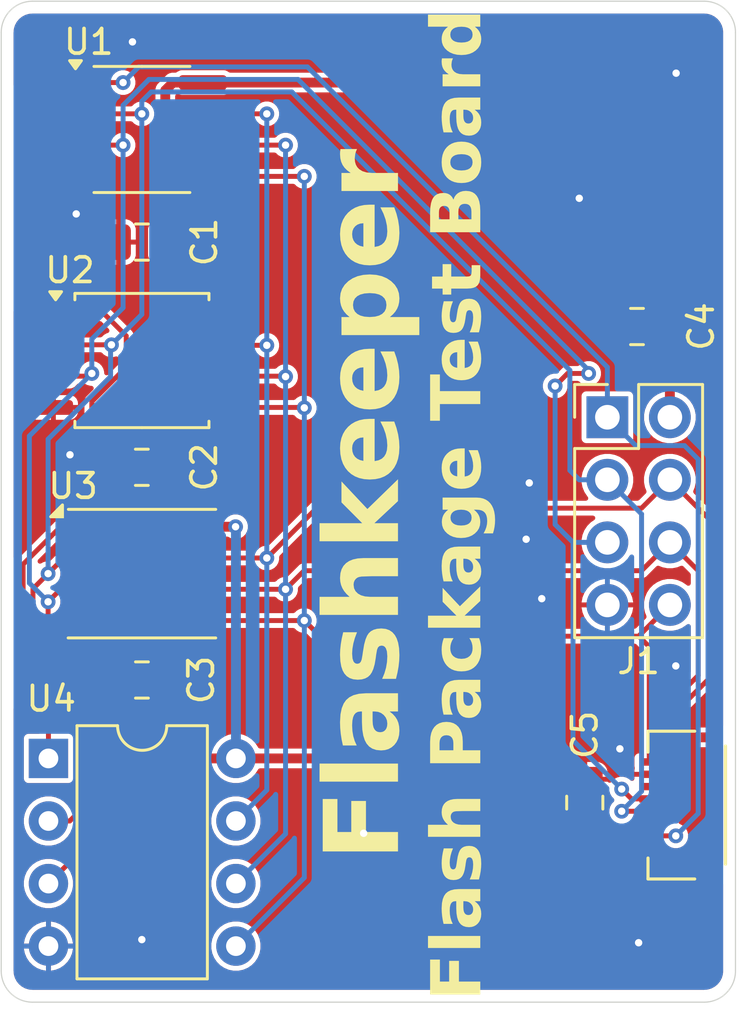
<source format=kicad_pcb>
(kicad_pcb (version 20241229) (generator "pcbnew") (generator_version "9.0")
  (layers (0 "F.Cu" signal) (2 "B.Cu" signal) (13 "F.Paste" user) (15 "B.Paste" user) (5 "F.SilkS" user "F.Silkscreen") (7 "B.SilkS" user "B.Silkscreen") (1 "F.Mask" user) (3 "B.Mask" user) (25 "Edge.Cuts" user))
  (net 0 "")
  (net 1 "GND")
  (net 2 "VCC")
  (net 3 "IO2")
  (net 4 "DO")
  (net 5 "IO3")
  (net 6 "CS")
  (net 7 "CLK")
  (net 8 "DI")
  (footprint "Package_SO:SOIC-8_3.9x4.9mm_P1.27mm" (layer "F.Cu") (at 158.5 75.819)
    (property "Reference" "U1" (at -2.163 -3.556 0) (layer "F.SilkS"))
    (property "Value" "W25Q128JVS")
    (fp_line (start 0 -2.56) (end -1.95 -2.56) (stroke (width 0.12)) (layer "F.SilkS"))
    (fp_line (start 0 -2.56) (end 1.95 -2.56) (stroke (width 0.12)) (layer "F.SilkS"))
    (fp_line (start 0 2.56) (end -1.95 2.56) (stroke (width 0.12)) (layer "F.SilkS"))
    (fp_line (start 0 2.56) (end 1.95 2.56) (stroke (width 0.12)) (layer "F.SilkS"))
    (fp_poly (pts (xy -2.7 -2.465) (xy -2.94 -2.795) (xy -2.46 -2.795) (xy -2.7 -2.465)) (stroke (width 0.12)) (fill yes) (layer "F.SilkS"))
    (pad "1" smd roundrect (at -2.475 -1.905) (size 1.95 0.6) (layers "F.Cu" "F.Mask" "F.Paste") (net 6 "CS"))
    (pad "2" smd roundrect (at -2.475 -0.635) (size 1.95 0.6) (layers "F.Cu" "F.Mask" "F.Paste") (net 4 "DO"))
    (pad "3" smd roundrect (at -2.475 0.635) (size 1.95 0.6) (layers "F.Cu" "F.Mask" "F.Paste") (net 3 "IO2"))
    (pad "4" smd roundrect (at -2.475 1.905) (size 1.95 0.6) (layers "F.Cu" "F.Mask" "F.Paste") (net 1 "GND"))
    (pad "5" smd roundrect (at 2.475 1.905) (size 1.95 0.6) (layers "F.Cu" "F.Mask" "F.Paste") (net 8 "DI"))
    (pad "6" smd roundrect (at 2.475 0.635) (size 1.95 0.6) (layers "F.Cu" "F.Mask" "F.Paste") (net 7 "CLK"))
    (pad "7" smd roundrect (at 2.475 -0.635) (size 1.95 0.6) (layers "F.Cu" "F.Mask" "F.Paste") (net 5 "IO3"))
    (pad "8" smd roundrect (at 2.475 -1.905) (size 1.95 0.6) (layers "F.Cu" "F.Mask" "F.Paste") (net 2 "VCC"))
  )
  (footprint "Package_SO:SOIC-8_5.23x5.23mm_P1.27mm" (layer "F.Cu") (at 158.5 85.2)
    (property "Reference" "U2" (at -2.925 -3.666 0) (layer "F.SilkS"))
    (property "Value" "W25Q128JVS")
    (fp_line (start -2.725 -2.725) (end -2.725 -2.465) (stroke (width 0.12)) (layer "F.SilkS"))
    (fp_line (start -2.725 2.725) (end -2.725 2.465) (stroke (width 0.12)) (layer "F.SilkS"))
    (fp_line (start 0 -2.725) (end -2.725 -2.725) (stroke (width 0.12)) (layer "F.SilkS"))
    (fp_line (start 0 -2.725) (end 2.725 -2.725) (stroke (width 0.12)) (layer "F.SilkS"))
    (fp_line (start 0 2.725) (end -2.725 2.725) (stroke (width 0.12)) (layer "F.SilkS"))
    (fp_line (start 0 2.725) (end 2.725 2.725) (stroke (width 0.12)) (layer "F.SilkS"))
    (fp_line (start 2.725 -2.725) (end 2.725 -2.465) (stroke (width 0.12)) (layer "F.SilkS"))
    (fp_line (start 2.725 2.725) (end 2.725 2.465) (stroke (width 0.12)) (layer "F.SilkS"))
    (fp_poly (pts (xy -3.5075 -2.465) (xy -3.7475 -2.795) (xy -3.2675 -2.795) (xy -3.5075 -2.465)) (stroke (width 0.12)) (fill yes) (layer "F.SilkS"))
    (pad "1" smd roundrect (at -3.6 -1.905) (size 1.6 0.6) (layers "F.Cu" "F.Mask" "F.Paste") (net 6 "CS"))
    (pad "2" smd roundrect (at -3.6 -0.635) (size 1.6 0.6) (layers "F.Cu" "F.Mask" "F.Paste") (net 4 "DO"))
    (pad "3" smd roundrect (at -3.6 0.635) (size 1.6 0.6) (layers "F.Cu" "F.Mask" "F.Paste") (net 3 "IO2"))
    (pad "4" smd roundrect (at -3.6 1.905) (size 1.6 0.6) (layers "F.Cu" "F.Mask" "F.Paste") (net 1 "GND"))
    (pad "5" smd roundrect (at 3.6 1.905) (size 1.6 0.6) (layers "F.Cu" "F.Mask" "F.Paste") (net 8 "DI"))
    (pad "6" smd roundrect (at 3.6 0.635) (size 1.6 0.6) (layers "F.Cu" "F.Mask" "F.Paste") (net 7 "CLK"))
    (pad "7" smd roundrect (at 3.6 -0.635) (size 1.6 0.6) (layers "F.Cu" "F.Mask" "F.Paste") (net 5 "IO3"))
    (pad "8" smd roundrect (at 3.6 -1.905) (size 1.6 0.6) (layers "F.Cu" "F.Mask" "F.Paste") (net 2 "VCC"))
  )
  (footprint "Capacitor_SMD:C_0805_2012Metric" (layer "F.Cu") (at 178.623 83.82 180)
    (property "Reference" "C4" (at -2.606 0 90) (layer "F.SilkS"))
    (property "Value" "0.1uF")
    (fp_line (start -0.261252 0.735) (end 0.261252 0.735) (stroke (width 0.12)) (layer "F.SilkS"))
    (fp_line (start -0.261252 -0.735) (end 0.261252 -0.735) (stroke (width 0.12)) (layer "F.SilkS"))
    (pad "1" smd roundrect (at -0.95 0 180) (size 1 1.45) (layers "F.Cu" "F.Mask" "F.Paste") (net 2 "VCC"))
    (pad "2" smd roundrect (at 0.95 0 180) (size 1 1.45) (layers "F.Cu" "F.Mask" "F.Paste") (net 1 "GND"))
  )
  (footprint "Package_SON:WSON-8-1EP_6x5mm_P1.27mm_EP3.4x4.3mm" (layer "F.Cu") (at 158.5 93.853)
    (property "Reference" "U3" (at -2.798 -3.556 0) (layer "F.SilkS"))
    (property "Value" "W25Q128JVP")
    (fp_line (start -3 2.61) (end 3 2.61) (stroke (width 0.12)) (layer "F.SilkS"))
    (fp_line (start -2.99 -2.61) (end 3 -2.61) (stroke (width 0.12)) (layer "F.SilkS"))
    (fp_poly (pts (xy -3.23 -2.31) (xy -3.71 -2.31) (xy -3.23 -2.79) (xy -3.23 -2.31)) (stroke (width 0.12)) (fill yes) (layer "F.SilkS"))
    (pad "1" smd roundrect (at -2.7 -1.905) (size 0.75 0.5) (layers "F.Cu" "F.Mask" "F.Paste") (net 6 "CS"))
    (pad "2" smd roundrect (at -2.7 -0.635) (size 0.75 0.5) (layers "F.Cu" "F.Mask" "F.Paste") (net 4 "DO"))
    (pad "3" smd roundrect (at -2.7 0.635) (size 0.75 0.5) (layers "F.Cu" "F.Mask" "F.Paste") (net 3 "IO2"))
    (pad "4" smd roundrect (at -2.7 1.905) (size 0.75 0.5) (layers "F.Cu" "F.Mask" "F.Paste") (net 1 "GND"))
    (pad "5" smd roundrect (at 2.7 1.905) (size 0.75 0.5) (layers "F.Cu" "F.Mask" "F.Paste") (net 8 "DI"))
    (pad "6" smd roundrect (at 2.7 0.635) (size 0.75 0.5) (layers "F.Cu" "F.Mask" "F.Paste") (net 7 "CLK"))
    (pad "7" smd roundrect (at 2.7 -0.635) (size 0.75 0.5) (layers "F.Cu" "F.Mask" "F.Paste") (net 5 "IO3"))
    (pad "8" smd roundrect (at 2.7 -1.905) (size 0.75 0.5) (layers "F.Cu" "F.Mask" "F.Paste") (net 2 "VCC"))
    (pad "9" smd rect (at 0 0) (size 3.4 4.3) (property pad_prop_heatsink) (layers "F.Cu" "F.Mask") (net 1 "GND"))
  )
  (footprint "Capacitor_SMD:C_0805_2012Metric" (layer "F.Cu") (at 158.5 98.171 180)
    (property "Reference" "C3" (at -2.409 0 90) (layer "F.SilkS"))
    (property "Value" "0.1uF")
    (fp_line (start -0.261252 0.735) (end 0.261252 0.735) (stroke (width 0.12)) (layer "F.SilkS"))
    (fp_line (start -0.261252 -0.735) (end 0.261252 -0.735) (stroke (width 0.12)) (layer "F.SilkS"))
    (pad "1" smd roundrect (at -0.95 0 180) (size 1 1.45) (layers "F.Cu" "F.Mask" "F.Paste") (net 2 "VCC"))
    (pad "2" smd roundrect (at 0.95 0 180) (size 1 1.45) (layers "F.Cu" "F.Mask" "F.Paste") (net 1 "GND"))
  )
  (footprint "Capacitor_SMD:C_0805_2012Metric" (layer "F.Cu") (at 158.5 80.391 180)
    (property "Reference" "C1" (at -2.536 0 90) (layer "F.SilkS"))
    (property "Value" "0.1uF")
    (fp_line (start -0.261252 0.735) (end 0.261252 0.735) (stroke (width 0.12)) (layer "F.SilkS"))
    (fp_line (start -0.261252 -0.735) (end 0.261252 -0.735) (stroke (width 0.12)) (layer "F.SilkS"))
    (pad "1" smd roundrect (at -0.95 0 180) (size 1 1.45) (layers "F.Cu" "F.Mask" "F.Paste") (net 2 "VCC"))
    (pad "2" smd roundrect (at 0.95 0 180) (size 1 1.45) (layers "F.Cu" "F.Mask" "F.Paste") (net 1 "GND"))
  )
  (footprint "Package_DIP:DIP-8_W7.62mm" (layer "F.Cu") (at 154.7 101.356)
    (property "Reference" "U4" (at 0.113 -2.423 0) (layer "F.SilkS"))
    (property "Value" "W25Q128JVS")
    (fp_line (start 1.16 -1.33) (end 1.16 8.95) (stroke (width 0.12)) (layer "F.SilkS"))
    (fp_line (start 1.16 8.95) (end 6.46 8.95) (stroke (width 0.12)) (layer "F.SilkS"))
    (fp_line (start 2.81 -1.33) (end 1.16 -1.33) (stroke (width 0.12)) (layer "F.SilkS"))
    (fp_line (start 6.46 -1.33) (end 4.81 -1.33) (stroke (width 0.12)) (layer "F.SilkS"))
    (fp_line (start 6.46 8.95) (end 6.46 -1.33) (stroke (width 0.12)) (layer "F.SilkS"))
    (fp_arc (start 4.81 -1.33) (mid 3.81 -0.33) (end 2.81 -1.33) (stroke (width 0.12)) (layer "F.SilkS"))
    (pad "1" thru_hole rect (at 0 0) (size 1.6 1.6) (drill 0.8) (layers "*.Cu" "*.Mask") (net 6 "CS"))
    (pad "2" thru_hole oval (at 0 2.54) (size 1.6 1.6) (drill 0.8) (layers "*.Cu" "*.Mask") (net 4 "DO"))
    (pad "3" thru_hole oval (at 0 5.08) (size 1.6 1.6) (drill 0.8) (layers "*.Cu" "*.Mask") (net 3 "IO2"))
    (pad "4" thru_hole oval (at 0 7.62) (size 1.6 1.6) (drill 0.8) (layers "*.Cu" "*.Mask") (net 1 "GND"))
    (pad "5" thru_hole oval (at 7.62 7.62) (size 1.6 1.6) (drill 0.8) (layers "*.Cu" "*.Mask") (net 8 "DI"))
    (pad "6" thru_hole oval (at 7.62 5.08) (size 1.6 1.6) (drill 0.8) (layers "*.Cu" "*.Mask") (net 7 "CLK"))
    (pad "7" thru_hole oval (at 7.62 2.54) (size 1.6 1.6) (drill 0.8) (layers "*.Cu" "*.Mask") (net 5 "IO3"))
    (pad "8" thru_hole oval (at 7.62 0) (size 1.6 1.6) (drill 0.8) (layers "*.Cu" "*.Mask") (net 2 "VCC"))
  )
  (footprint "Connector_PinHeader_2.54mm:PinHeader_2x04_P2.54mm_Vertical" (layer "F.Cu") (at 177.419 87.503)
    (property "Reference" "J1" (at 1.27 9.906 0) (layer "F.SilkS"))
    (property "Value" "Conn_02x04")
    (fp_line (start -1.33 -1.33) (end 0 -1.33) (stroke (width 0.12)) (layer "F.SilkS"))
    (fp_line (start -1.33 0) (end -1.33 -1.33) (stroke (width 0.12)) (layer "F.SilkS"))
    (fp_line (start -1.33 1.27) (end -1.33 8.95) (stroke (width 0.12)) (layer "F.SilkS"))
    (fp_line (start -1.33 1.27) (end 1.27 1.27) (stroke (width 0.12)) (layer "F.SilkS"))
    (fp_line (start -1.33 8.95) (end 3.87 8.95) (stroke (width 0.12)) (layer "F.SilkS"))
    (fp_line (start 1.27 -1.33) (end 3.87 -1.33) (stroke (width 0.12)) (layer "F.SilkS"))
    (fp_line (start 1.27 1.27) (end 1.27 -1.33) (stroke (width 0.12)) (layer "F.SilkS"))
    (fp_line (start 3.87 -1.33) (end 3.87 8.95) (stroke (width 0.12)) (layer "F.SilkS"))
    (pad "1" thru_hole rect (at 0 0) (size 1.7 1.7) (drill 1) (layers "*.Cu" "*.Mask") (net 6 "CS"))
    (pad "2" thru_hole oval (at 2.54 0) (size 1.7 1.7) (drill 1) (layers "*.Cu" "*.Mask") (net 2 "VCC"))
    (pad "3" thru_hole oval (at 0 2.54) (size 1.7 1.7) (drill 1) (layers "*.Cu" "*.Mask") (net 4 "DO"))
    (pad "4" thru_hole oval (at 2.54 2.54) (size 1.7 1.7) (drill 1) (layers "*.Cu" "*.Mask") (net 5 "IO3"))
    (pad "5" thru_hole oval (at 0 5.08) (size 1.7 1.7) (drill 1) (layers "*.Cu" "*.Mask") (net 3 "IO2"))
    (pad "6" thru_hole oval (at 2.54 5.08) (size 1.7 1.7) (drill 1) (layers "*.Cu" "*.Mask") (net 7 "CLK"))
    (pad "7" thru_hole oval (at 0 7.62) (size 1.7 1.7) (drill 1) (layers "*.Cu" "*.Mask") (net 1 "GND"))
    (pad "8" thru_hole oval (at 2.54 7.62) (size 1.7 1.7) (drill 1) (layers "*.Cu" "*.Mask") (net 8 "DI"))
  )
  (footprint "flashkeeper:TE_2328702-8" (layer "F.Cu") (at 179.12 101.5 90)
    (property "Reference" "J2" (hide yes))
    (property "Value" "FFC" (hide yes))
    (fp_line (start 1.25 -0.05) (end 1.25 1.85) (stroke (width 0.127)) (layer "F.SilkS"))
    (fp_line (start 0.4 -0.05) (end 1.25 -0.05) (stroke (width 0.127)) (layer "F.SilkS"))
    (fp_line (start -3.9 -0.05) (end -4.75 -0.05) (stroke (width 0.127)) (layer "F.SilkS"))
    (fp_line (start -4.75 -0.05) (end -4.75 1.85) (stroke (width 0.127)) (layer "F.SilkS"))
    (fp_line (start -4.15 3.1) (end 0.65 3.1) (stroke (width 0.127)) (layer "F.SilkS"))
    (pad "1" smd rect (at -3.5 0 90) (size 0.3 0.8) (layers "F.Cu" "F.Mask" "F.Paste") (net 2 "VCC"))
    (pad "2" smd rect (at -3 0 90) (size 0.3 0.8) (layers "F.Cu" "F.Mask" "F.Paste") (net 6 "CS"))
    (pad "3" smd rect (at -2.5 0 90) (size 0.3 0.8) (layers "F.Cu" "F.Mask" "F.Paste") (net 5 "IO3"))
    (pad "4" smd rect (at -2 0 90) (size 0.3 0.8) (layers "F.Cu" "F.Mask" "F.Paste") (net 4 "DO"))
    (pad "5" smd rect (at -1.5 0 90) (size 0.3 0.8) (layers "F.Cu" "F.Mask" "F.Paste") (net 3 "IO2"))
    (pad "6" smd rect (at -1 0 90) (size 0.3 0.8) (layers "F.Cu" "F.Mask" "F.Paste") (net 7 "CLK"))
    (pad "7" smd rect (at -0.5 0 90) (size 0.3 0.8) (layers "F.Cu" "F.Mask" "F.Paste") (net 1 "GND"))
    (pad "8" smd rect (at 0 0 90) (size 0.3 0.8) (layers "F.Cu" "F.Mask" "F.Paste") (net 8 "DI"))
    (pad "S1" smd rect (at -4.5 2.5 90) (size 0.4 0.8) (layers "F.Cu" "F.Mask" "F.Paste"))
    (pad "S2" smd rect (at 1 2.5 90) (size 0.4 0.8) (layers "F.Cu" "F.Mask" "F.Paste"))
  )
  (footprint "Capacitor_SMD:C_0805_2012Metric" (layer "F.Cu") (at 158.496 89.535 180)
    (property "Reference" "C2" (at -2.532 0 90) (layer "F.SilkS"))
    (property "Value" "0.1uF")
    (fp_line (start -0.261252 0.735) (end 0.261252 0.735) (stroke (width 0.12)) (layer "F.SilkS"))
    (fp_line (start -0.261252 -0.735) (end 0.261252 -0.735) (stroke (width 0.12)) (layer "F.SilkS"))
    (pad "1" smd roundrect (at -0.95 0 180) (size 1 1.45) (layers "F.Cu" "F.Mask" "F.Paste") (net 2 "VCC"))
    (pad "2" smd roundrect (at 0.95 0 180) (size 1 1.45) (layers "F.Cu" "F.Mask" "F.Paste") (net 1 "GND"))
  )
  (footprint "Capacitor_SMD:C_0805_2012Metric" (layer "F.Cu") (at 176.5 103.15 90)
    (property "Reference" "C5" (at 2.75 0 90) (layer "F.SilkS"))
    (property "Value" "0.1uF")
    (fp_line (start -0.261252 -0.735) (end 0.261252 -0.735) (stroke (width 0.12)) (layer "F.SilkS"))
    (fp_line (start -0.261252 0.735) (end 0.261252 0.735) (stroke (width 0.12)) (layer "F.SilkS"))
    (pad "1" smd roundrect (at -0.95 0 90) (size 1 1.45) (layers "F.Cu" "F.Mask" "F.Paste") (net 2 "VCC"))
    (pad "2" smd roundrect (at 0.95 0 90) (size 1 1.45) (layers "F.Cu" "F.Mask" "F.Paste") (net 1 "GND"))
  )
  (gr_line (start 152.781 71.882) (end 152.781 109.982) (stroke (width 0.05)) (layer "Edge.Cuts"))
  (gr_line (start 154.051 111.252) (end 181.356 111.252) (stroke (width 0.05)) (layer "Edge.Cuts"))
  (gr_arc (start 181.356 70.612) (mid 182.254026 70.983974) (end 182.626 71.882) (stroke (width 0.05)) (layer "Edge.Cuts"))
  (gr_line (start 181.356 70.612) (end 154.051 70.612) (stroke (width 0.05)) (layer "Edge.Cuts"))
  (gr_arc (start 182.626 109.982) (mid 182.254026 110.880026) (end 181.356 111.252) (stroke (width 0.05)) (layer "Edge.Cuts"))
  (gr_line (start 182.626 109.982) (end 182.626 71.882) (stroke (width 0.05)) (layer "Edge.Cuts"))
  (gr_arc (start 152.781 71.882) (mid 153.152974 70.983974) (end 154.051 70.612) (stroke (width 0.05)) (layer "Edge.Cuts"))
  (gr_arc (start 154.051 111.252) (mid 153.152974 110.880026) (end 152.781 109.982) (stroke (width 0.05)) (layer "Edge.Cuts"))
  (gr_text "Flash Package Test Board" (at 172.593 91.059 90) (layer "F.SilkS") (effects (font (size 2 2) (thickness 0.3) (bold yes)) (justify bottom)))
  (gr_text "Flashkeeper" (at 169.418 91.059 90) (layer "F.SilkS") (effects (font (size 3 3) (thickness 0.3) (bold yes)) (justify bottom)))
  (via (at 174.244 90.17) (size 0.6) (drill 0.3) (layers "F.Cu" "B.Cu") (net 1))
  (via (at 167.513 104.394) (size 0.6) (drill 0.3) (layers "F.Cu" "B.Cu") (net 1))
  (via (at 158.496 108.712) (size 0.6) (drill 0.3) (layers "F.Cu" "B.Cu") (net 1))
  (via (at 174.752 94.869) (size 0.6) (drill 0.3) (layers "F.Cu" "B.Cu") (net 1))
  (via (at 155.575 89.027) (size 0.6) (drill 0.3) (layers "F.Cu" "B.Cu") (net 1))
  (via (at 180.213 73.533) (size 0.6) (drill 0.3) (layers "F.Cu" "B.Cu") (net 1))
  (via (at 176.276 78.613) (size 0.6) (drill 0.3) (layers "F.Cu" "B.Cu") (net 1))
  (via (at 177.927 100.965) (size 0.6) (drill 0.3) (layers "F.Cu" "B.Cu") (net 1))
  (via (at 174.117 92.456) (size 0.6) (drill 0.3) (layers "F.Cu" "B.Cu") (net 1))
  (via (at 178.689 108.839) (size 0.6) (drill 0.3) (layers "F.Cu" "B.Cu") (net 1))
  (via (at 158.115 72.263) (size 0.6) (drill 0.3) (layers "F.Cu" "B.Cu") (net 1))
  (via (at 155.829 79.248) (size 0.6) (drill 0.3) (layers "F.Cu" "B.Cu") (net 1))
  (via (at 180.2 97.6) (size 0.6) (drill 0.3) (layers "F.Cu" "B.Cu") (net 1))
  (segment (start 159.45 83.295) (end 159.45 82.107) (width 0.4) (layer "F.Cu") (net 2))
  (segment (start 179.573 83.82) (end 179.573 77.465) (width 0.4) (layer "F.Cu") (net 2))
  (segment (start 159.446 82.111) (end 159.45 82.107) (width 0.4) (layer "F.Cu") (net 2))
  (segment (start 162.32 101.356) (end 160.538 101.356) (width 0.4) (layer "F.Cu") (net 2))
  (segment (start 177.5 104.1) (end 176.5 104.1) (width 0.2) (layer "F.Cu") (net 2))
  (segment (start 176.022 73.914) (end 160.975 73.914) (width 0.4) (layer "F.Cu") (net 2))
  (segment (start 172.856 101.356) (end 175.6 104.1) (width 0.4) (layer "F.Cu") (net 2))
  (segment (start 160.528 89.535) (end 161.2 90.207) (width 0.4) (layer "F.Cu") (net 2))
  (segment (start 179.959 84.206) (end 179.573 83.82) (width 0.4) (layer "F.Cu") (net 2))
  (segment (start 162.1 83.295) (end 159.45 83.295) (width 0.4) (layer "F.Cu") (net 2))
  (segment (start 159.446 89.535) (end 160.528 89.535) (width 0.4) (layer "F.Cu") (net 2))
  (segment (start 179.573 77.465) (end 176.022 73.914) (width 0.4) (layer "F.Cu") (net 2))
  (segment (start 160.538 101.356) (end 159.45 100.268) (width 0.4) (layer "F.Cu") (net 2))
  (segment (start 162.32 101.356) (end 172.856 101.356) (width 0.4) (layer "F.Cu") (net 2))
  (segment (start 159.45 100.268) (end 159.45 98.171) (width 0.4) (layer "F.Cu") (net 2))
  (segment (start 159.45 80.391) (end 159.45 74.23) (width 0.4) (layer "F.Cu") (net 2))
  (segment (start 159.45 82.107) (end 159.45 80.391) (width 0.4) (layer "F.Cu") (net 2))
  (segment (start 159.446 89.535) (end 159.446 82.111) (width 0.4) (layer "F.Cu") (net 2))
  (segment (start 161.2 90.207) (end 161.2 91.948) (width 0.4) (layer "F.Cu") (net 2))
  (segment (start 159.45 74.23) (end 159.766 73.914) (width 0.4) (layer "F.Cu") (net 2))
  (segment (start 161.2 91.948) (end 162.306 91.948) (width 0.4) (layer "F.Cu") (net 2))
  (segment (start 179.12 105) (end 178.4 105) (width 0.2) (layer "F.Cu") (net 2))
  (segment (start 178.4 105) (end 177.5 104.1) (width 0.2) (layer "F.Cu") (net 2))
  (segment (start 175.6 104.1) (end 176.5 104.1) (width 0.4) (layer "F.Cu") (net 2))
  (segment (start 179.959 87.503) (end 179.959 84.206) (width 0.4) (layer "F.Cu") (net 2))
  (segment (start 159.766 73.914) (end 160.975 73.914) (width 0.4) (layer "F.Cu") (net 2))
  (via (at 162.306 91.948) (size 0.6) (drill 0.3) (layers "F.Cu" "B.Cu") (net 2))
  (segment (start 162.32 91.962) (end 162.306 91.948) (width 0.4) (layer "B.Cu") (net 2))
  (segment (start 162.32 101.356) (end 162.32 91.962) (width 0.4) (layer "B.Cu") (net 2))
  (segment (start 178.4 103) (end 179.12 103) (width 0.2) (layer "F.Cu") (net 3))
  (segment (start 154.686 98.425) (end 154.686 94.996) (width 0.2) (layer "F.Cu") (net 3))
  (segment (start 176.657 85.725) (end 175.803 85.725) (width 0.2) (layer "F.Cu") (net 3))
  (segment (start 178 102.6) (end 178.4 103) (width 0.2) (layer "F.Cu") (net 3))
  (segment (start 156.484 100.223) (end 154.686 98.425) (width 0.2) (layer "F.Cu") (net 3))
  (segment (start 154.9 85.835) (end 156.354 85.835) (width 0.2) (layer "F.Cu") (net 3))
  (segment (start 156.354 85.835) (end 156.464 85.725) (width 0.2) (layer "F.Cu") (net 3))
  (segment (start 156.484 104.652) (end 156.484 100.223) (width 0.2) (layer "F.Cu") (net 3))
  (segment (start 156.025 76.454) (end 157.734 76.454) (width 0.2) (layer "F.Cu") (net 3))
  (segment (start 175.803 85.725) (end 175.295 86.233) (width 0.2) (layer "F.Cu") (net 3))
  (segment (start 155.194 94.488) (end 155.8 94.488) (width 0.2) (layer "F.Cu") (net 3))
  (segment (start 154.7 106.436) (end 156.484 104.652) (width 0.2) (layer "F.Cu") (net 3))
  (segment (start 154.686 94.996) (end 155.194 94.488) (width 0.2) (layer "F.Cu") (net 3))
  (via (at 154.686 94.996) (size 0.6) (drill 0.3) (layers "F.Cu" "B.Cu") (net 3))
  (via (at 156.464 85.725) (size 0.6) (drill 0.3) (layers "F.Cu" "B.Cu") (net 3))
  (via (at 157.734 76.454) (size 0.6) (drill 0.3) (layers "F.Cu" "B.Cu") (net 3))
  (via (at 178 102.6) (size 0.6) (drill 0.3) (layers "F.Cu" "B.Cu") (net 3))
  (via (at 176.657 85.725) (size 0.6) (drill 0.3) (layers "F.Cu" "B.Cu") (net 3))
  (via (at 175.295 86.233) (size 0.6) (drill 0.3) (layers "F.Cu" "B.Cu") (net 3))
  (segment (start 157.734 76.454) (end 157.734 83.058) (width 0.2) (layer "B.Cu") (net 3))
  (segment (start 176.022 92.583) (end 176.022 100.622) (width 0.2) (layer "B.Cu") (net 3))
  (segment (start 153.924 88.265) (end 153.924 94.234) (width 0.2) (layer "B.Cu") (net 3))
  (segment (start 175.295 86.233) (end 175.295 91.856) (width 0.2) (layer "B.Cu") (net 3))
  (segment (start 153.924 94.234) (end 154.686 94.996) (width 0.2) (layer "B.Cu") (net 3))
  (segment (start 157.734 76.454) (end 157.734 74.83695) (width 0.2) (layer "B.Cu") (net 3))
  (segment (start 175.295 91.856) (end 176.022 92.583) (width 0.2) (layer "B.Cu") (net 3))
  (segment (start 158.78395 73.787) (end 164.846 73.787) (width 0.2) (layer "B.Cu") (net 3))
  (segment (start 157.734 74.83695) (end 158.78395 73.787) (width 0.2) (layer "B.Cu") (net 3))
  (segment (start 156.464 84.328) (end 156.464 85.725) (width 0.2) (layer "B.Cu") (net 3))
  (segment (start 176.022 100.622) (end 178 102.6) (width 0.2) (layer "B.Cu") (net 3))
  (segment (start 176.657 85.598) (end 176.657 85.725) (width 0.2) (layer "B.Cu") (net 3))
  (segment (start 176.022 92.583) (end 177.419 92.583) (width 0.2) (layer "B.Cu") (net 3))
  (segment (start 156.464 85.725) (end 153.924 88.265) (width 0.2) (layer "B.Cu") (net 3))
  (segment (start 164.846 73.787) (end 176.657 85.598) (width 0.2) (layer "B.Cu") (net 3))
  (segment (start 157.734 83.058) (end 156.464 84.328) (width 0.2) (layer "B.Cu") (net 3))
  (segment (start 154.071 94.468) (end 154.686 93.853) (width 0.2) (layer "F.Cu") (net 4))
  (segment (start 154.686 93.853) (end 155.321 93.218) (width 0.2) (layer "F.Cu") (net 4))
  (segment (start 157.261 84.561765) (end 156.450235 84.561765) (width 0.2) (layer "F.Cu") (net 4))
  (segment (start 156.447 84.565) (end 154.9 84.565) (width 0.2) (layer "F.Cu") (net 4))
  (segment (start 155.565 103.896) (end 156.083 103.378) (width 0.2) (layer "F.Cu") (net 4))
  (segment (start 156.450235 84.561765) (end 156.447 84.565) (width 0.2) (layer "F.Cu") (net 4))
  (segment (start 156.025 75.184) (end 158.496 75.184) (width 0.2) (layer "F.Cu") (net 4))
  (segment (start 178 103.5) (end 179.12 103.5) (width 0.2) (layer "F.Cu") (net 4))
  (segment (start 156.083 103.378) (end 156.083 100.457) (width 0.2) (layer "F.Cu") (net 4))
  (segment (start 155.321 93.218) (end 155.8 93.218) (width 0.2) (layer "F.Cu") (net 4))
  (segment (start 156.083 100.457) (end 154.071 98.445) (width 0.2) (layer "F.Cu") (net 4))
  (segment (start 154.7 103.896) (end 155.565 103.896) (width 0.2) (layer "F.Cu") (net 4))
  (segment (start 154.071 98.445) (end 154.071 94.468) (width 0.2) (layer "F.Cu") (net 4))
  (via (at 154.686 93.853) (size 0.6) (drill 0.3) (layers "F.Cu" "B.Cu") (net 4))
  (via (at 157.261 84.561765) (size 0.6) (drill 0.3) (layers "F.Cu" "B.Cu") (net 4))
  (via (at 178 103.5) (size 0.6) (drill 0.3) (layers "F.Cu" "B.Cu") (net 4))
  (via (at 158.496 75.184) (size 0.6) (drill 0.3) (layers "F.Cu" "B.Cu") (net 4))
  (segment (start 178.808 91.432) (end 178.808 102.692) (width 0.2) (layer "B.Cu") (net 4))
  (segment (start 178.808 102.692) (end 178 103.5) (width 0.2) (layer "B.Cu") (net 4))
  (segment (start 176.276 90.043) (end 177.419 90.043) (width 0.2) (layer "B.Cu") (net 4))
  (segment (start 157.261 84.561765) (end 157.226 84.596765) (width 0.2) (layer "B.Cu") (net 4))
  (segment (start 158.496 75.184) (end 158.496 74.676) (width 0.2) (layer "B.Cu") (net 4))
  (segment (start 164.592 74.295) (end 175.895 85.598) (width 0.2) (layer "B.Cu") (net 4))
  (segment (start 175.895 85.598) (end 175.895 89.662) (width 0.2) (layer "B.Cu") (net 4))
  (segment (start 157.226 84.596765) (end 157.226 85.852) (width 0.2) (layer "B.Cu") (net 4))
  (segment (start 177.419 90.043) (end 178.808 91.432) (width 0.2) (layer "B.Cu") (net 4))
  (segment (start 158.496 74.676) (end 158.877 74.295) (width 0.2) (layer "B.Cu") (net 4))
  (segment (start 175.895 89.662) (end 176.276 90.043) (width 0.2) (layer "B.Cu") (net 4))
  (segment (start 154.686 88.392) (end 154.686 93.853) (width 0.2) (layer "B.Cu") (net 4))
  (segment (start 158.877 74.295) (end 164.592 74.295) (width 0.2) (layer "B.Cu") (net 4))
  (segment (start 158.496 75.184) (end 158.496 83.326765) (width 0.2) (layer "B.Cu") (net 4))
  (segment (start 158.496 83.326765) (end 157.261 84.561765) (width 0.2) (layer "B.Cu") (net 4))
  (segment (start 157.226 85.852) (end 154.686 88.392) (width 0.2) (layer "B.Cu") (net 4))
  (segment (start 165.6 91.194) (end 178.808 91.194) (width 0.2) (layer "F.Cu") (net 5))
  (segment (start 163.576 84.582) (end 162.117 84.582) (width 0.2) (layer "F.Cu") (net 5))
  (segment (start 163.576 75.184) (end 160.975 75.184) (width 0.2) (layer "F.Cu") (net 5))
  (segment (start 178.808 91.194) (end 179.959 90.043) (width 0.2) (layer "F.Cu") (net 5))
  (segment (start 179.959 90.043) (end 181.511 91.595) (width 0.2) (layer "F.Cu") (net 5))
  (segment (start 163.576 93.218) (end 165.6 91.194) (width 0.2) (layer "F.Cu") (net 5))
  (segment (start 181.511 91.595) (end 181.511 98.1561) (width 0.2) (layer "F.Cu") (net 5))
  (segment (start 162.117 84.582) (end 162.1 84.565) (width 0.2) (layer "F.Cu") (net 5))
  (segment (start 180.301 99.3661) (end 180.301 103.471) (width 0.2) (layer "F.Cu") (net 5))
  (segment (start 181.511 98.1561) (end 180.301 99.3661) (width 0.2) (layer "F.Cu") (net 5))
  (segment (start 179.772 104) (end 179.12 104) (width 0.2) (layer "F.Cu") (net 5))
  (segment (start 180.301 103.471) (end 179.772 104) (width 0.2) (layer "F.Cu") (net 5))
  (segment (start 161.2 93.218) (end 163.576 93.218) (width 0.2) (layer "F.Cu") (net 5))
  (via (at 163.576 93.218) (size 0.6) (drill 0.3) (layers "F.Cu" "B.Cu") (net 5))
  (via (at 163.576 75.184) (size 0.6) (drill 0.3) (layers "F.Cu" "B.Cu") (net 5))
  (via (at 163.576 84.582) (size 0.6) (drill 0.3) (layers "F.Cu" "B.Cu") (net 5))
  (segment (start 163.576 84.582) (end 163.576 75.184) (width 0.2) (layer "B.Cu") (net 5))
  (segment (start 163.576 102.64) (end 163.576 93.218) (width 0.2) (layer "B.Cu") (net 5))
  (segment (start 162.32 103.896) (end 163.576 102.64) (width 0.2) (layer "B.Cu") (net 5))
  (segment (start 163.576 93.218) (end 163.576 84.582) (width 0.2) (layer "B.Cu") (net 5))
  (segment (start 157.861 85.471) (end 157.861 84.201) (width 0.2) (layer "F.Cu") (net 6))
  (segment (start 153.67 74.295) (end 153.67 82.931) (width 0.2) (layer "F.Cu") (net 6))
  (segment (start 156.464 86.868) (end 157.861 85.471) (width 0.2) (layer "F.Cu") (net 6))
  (segment (start 153.67 93.472) (end 155.194 91.948) (width 0.2) (layer "F.Cu") (net 6))
  (segment (start 153.67 99.06) (end 153.67 93.472) (width 0.2) (layer "F.Cu") (net 6))
  (segment (start 155.8 91.948) (end 155.8 91.088) (width 0.2) (layer "F.Cu") (net 6))
  (segment (start 156.464 90.424) (end 156.464 86.868) (width 0.2) (layer "F.Cu") (net 6))
  (segment (start 154.051 73.914) (end 153.67 74.295) (width 0.2) (layer "F.Cu") (net 6))
  (segment (start 157.861 84.201) (end 156.955 83.295) (width 0.2) (layer "F.Cu") (net 6))
  (segment (start 155.194 91.948) (end 155.8 91.948) (width 0.2) (layer "F.Cu") (net 6))
  (segment (start 154.7 100.09) (end 153.67 99.06) (width 0.2) (layer "F.Cu") (net 6))
  (segment (start 153.67 82.931) (end 154.034 83.295) (width 0.2) (layer "F.Cu") (net 6))
  (segment (start 154.034 83.295) (end 154.9 83.295) (width 0.2) (layer "F.Cu") (net 6))
  (segment (start 157.734 73.914) (end 156.025 73.914) (width 0.2) (layer "F.Cu") (net 6))
  (segment (start 180.2 104.5) (end 179.12 104.5) (width 0.2) (layer "F.Cu") (net 6))
  (segment (start 154.7 101.356) (end 154.7 100.09) (width 0.2) (layer "F.Cu") (net 6))
  (segment (start 156.025 73.914) (end 154.051 73.914) (width 0.2) (layer "F.Cu") (net 6))
  (segment (start 155.8 91.088) (end 156.464 90.424) (width 0.2) (layer "F.Cu") (net 6))
  (segment (start 156.955 83.295) (end 154.9 83.295) (width 0.2) (layer "F.Cu") (net 6))
  (via (at 180.2 104.5) (size 0.6) (drill 0.3) (layers "F.Cu" "B.Cu") (net 6))
  (via (at 157.734 73.914) (size 0.6) (drill 0.3) (layers "F.Cu" "B.Cu") (net 6))
  (segment (start 177.419 87.503) (end 177.419 85.471) (width 0.2) (layer "B.Cu") (net 6))
  (segment (start 180.554 88.654) (end 181.11 89.21) (width 0.2) (layer "B.Cu") (net 6))
  (segment (start 177.419 87.503) (end 178.57 88.654) (width 0.2) (layer "B.Cu") (net 6))
  (segment (start 178.57 88.654) (end 180.554 88.654) (width 0.2) (layer "B.Cu") (net 6))
  (segment (start 165.227 73.279) (end 158.369 73.279) (width 0.2) (layer "B.Cu") (net 6))
  (segment (start 158.369 73.279) (end 157.734 73.914) (width 0.2) (layer "B.Cu") (net 6))
  (segment (start 181.11 89.21) (end 181.11 103.59) (width 0.2) (layer "B.Cu") (net 6))
  (segment (start 181.11 103.59) (end 180.2 104.5) (width 0.2) (layer "B.Cu") (net 6))
  (segment (start 177.419 85.471) (end 165.227 73.279) (width 0.2) (layer "B.Cu") (net 6))
  (segment (start 161.2 94.488) (end 164.338 94.488) (width 0.2) (layer "F.Cu") (net 7))
  (segment (start 165.092 93.734) (end 178.808 93.734) (width 0.2) (layer "F.Cu") (net 7))
  (segment (start 179.12 102.5) (end 179.772 102.5) (width 0.2) (layer "F.Cu") (net 7))
  (segment (start 181.11 93.734) (end 179.959 92.583) (width 0.2) (layer "F.Cu") (net 7))
  (segment (start 164.338 94.488) (end 165.092 93.734) (width 0.2) (layer "F.Cu") (net 7))
  (segment (start 179.772 102.5) (end 179.9 102.372) (width 0.2) (layer "F.Cu") (net 7))
  (segment (start 164.321 85.835) (end 164.338 85.852) (width 0.2) (layer "F.Cu") (net 7))
  (segment (start 179.9 99.2) (end 181.11 97.99) (width 0.2) (layer "F.Cu") (net 7))
  (segment (start 179.9 102.372) (end 179.9 99.2) (width 0.2) (layer "F.Cu") (net 7))
  (segment (start 181.11 97.99) (end 181.11 93.734) (width 0.2) (layer "F.Cu") (net 7))
  (segment (start 178.808 93.734) (end 179.959 92.583) (width 0.2) (layer "F.Cu") (net 7))
  (segment (start 162.1 85.835) (end 164.321 85.835) (width 0.2) (layer "F.Cu") (net 7))
  (segment (start 160.975 76.454) (end 164.338 76.454) (width 0.2) (layer "F.Cu") (net 7))
  (via (at 164.338 76.454) (size 0.6) (drill 0.3) (layers "F.Cu" "B.Cu") (net 7))
  (via (at 164.338 85.852) (size 0.6) (drill 0.3) (layers "F.Cu" "B.Cu") (net 7))
  (via (at 164.338 94.488) (size 0.6) (drill 0.3) (layers "F.Cu" "B.Cu") (net 7))
  (segment (start 164.338 85.852) (end 164.338 94.488) (width 0.2) (layer "B.Cu") (net 7))
  (segment (start 164.338 104.418) (end 162.32 106.436) (width 0.2) (layer "B.Cu") (net 7))
  (segment (start 164.338 94.488) (end 164.338 104.418) (width 0.2) (layer "B.Cu") (net 7))
  (segment (start 164.338 76.454) (end 164.338 85.852) (width 0.2) (layer "B.Cu") (net 7))
  (segment (start 165.1 95.758) (end 165.735 96.393) (width 0.2) (layer "F.Cu") (net 8))
  (segment (start 161.2 95.758) (end 165.1 95.758) (width 0.2) (layer "F.Cu") (net 8))
  (segment (start 160.975 77.724) (end 165.1 77.724) (width 0.2) (layer "F.Cu") (net 8))
  (segment (start 178.689 96.393) (end 179.959 95.123) (width 0.2) (layer "F.Cu") (net 8))
  (segment (start 178.689 96.393) (end 178.693 96.393) (width 0.2) (layer "F.Cu") (net 8))
  (segment (start 178.693 96.393) (end 179.12 96.82) (width 0.2) (layer "F.Cu") (net 8))
  (segment (start 165.735 96.393) (end 178.689 96.393) (width 0.2) (layer "F.Cu") (net 8))
  (segment (start 165.083 87.105) (end 165.1 87.122) (width 0.2) (layer "F.Cu") (net 8))
  (segment (start 162.1 87.105) (end 165.083 87.105) (width 0.2) (layer "F.Cu") (net 8))
  (segment (start 179.12 96.82) (end 179.12 101.5) (width 0.2) (layer "F.Cu") (net 8))
  (via (at 165.1 87.122) (size 0.6) (drill 0.3) (layers "F.Cu" "B.Cu") (net 8))
  (via (at 165.1 95.758) (size 0.6) (drill 0.3) (layers "F.Cu" "B.Cu") (net 8))
  (via (at 165.1 77.724) (size 0.6) (drill 0.3) (layers "F.Cu" "B.Cu") (net 8))
  (segment (start 165.1 87.122) (end 165.1 95.758) (width 0.2) (layer "B.Cu") (net 8))
  (segment (start 165.1 106.196) (end 162.32 108.976) (width 0.2) (layer "B.Cu") (net 8))
  (segment (start 165.1 77.724) (end 165.1 87.122) (width 0.2) (layer "B.Cu") (net 8))
  (segment (start 165.1 95.758) (end 165.1 106.196) (width 0.2) (layer "B.Cu") (net 8))
  (zone (net 1) (net_name "GND") (layers "F.Cu" "B.Cu") (connect_pads (clearance 0.2)) (min_thickness 0.2) (fill yes (thermal_gap 0.2) (thermal_bridge_width 0.2) (island_removal_mode 2) (island_area_min 10))
    (polygon (pts (xy 182.626 111.252) (xy 182.626 70.612) (xy 152.781 70.612) (xy 152.781 111.252)))
  )
)
</source>
